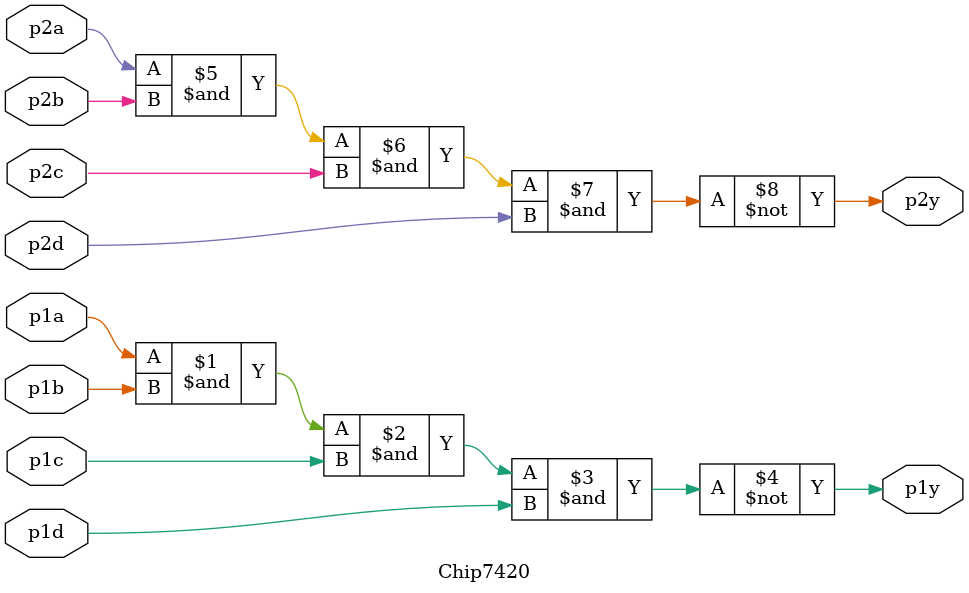
<source format=v>
module Chip7420 (
    input p1a, p1b, p1c, p1d,
    output p1y,
    input p2a, p2b, p2c, p2d,
    output p2y
);
    assign p1y = ~(p1a & p1b & p1c & p1d);
    assign p2y = ~(p2a & p2b & p2c & p2d);
endmodule
</source>
